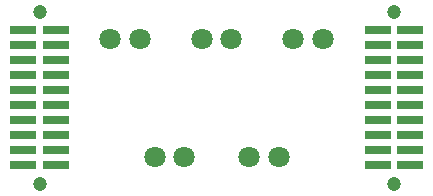
<source format=gbs>
G04 #@! TF.GenerationSoftware,KiCad,Pcbnew,no-vcs-found-d3b382c~59~ubuntu16.04.1*
G04 #@! TF.CreationDate,2017-07-25T02:28:45+01:00*
G04 #@! TF.ProjectId,breakout,627265616B6F75742E6B696361645F70,rev?*
G04 #@! TF.SameCoordinates,Original
G04 #@! TF.FileFunction,Soldermask,Bot*
G04 #@! TF.FilePolarity,Negative*
%FSLAX46Y46*%
G04 Gerber Fmt 4.6, Leading zero omitted, Abs format (unit mm)*
G04 Created by KiCad (PCBNEW no-vcs-found-d3b382c~59~ubuntu16.04.1) date Tue Jul 25 02:28:45 2017*
%MOMM*%
%LPD*%
G01*
G04 APERTURE LIST*
%ADD10C,1.800000*%
%ADD11C,1.200000*%
%ADD12R,2.220000X0.740000*%
G04 APERTURE END LIST*
D10*
X102750000Y-105000000D03*
X105250000Y-105000000D03*
X97250000Y-105000000D03*
X94750000Y-105000000D03*
X101250000Y-95000000D03*
X98750000Y-95000000D03*
X91000000Y-95000000D03*
X93500000Y-95000000D03*
X109000000Y-95000000D03*
X106500000Y-95000000D03*
D11*
X85000000Y-92695000D03*
X85000000Y-107305000D03*
D12*
X86365000Y-105715000D03*
X83635000Y-105715000D03*
X86365000Y-104445000D03*
X83635000Y-104445000D03*
X86365000Y-103175000D03*
X83635000Y-103175000D03*
X86365000Y-101905000D03*
X83635000Y-101905000D03*
X86365000Y-100635000D03*
X83635000Y-100635000D03*
X86365000Y-99365000D03*
X83635000Y-99365000D03*
X86365000Y-98095000D03*
X83635000Y-98095000D03*
X86365000Y-96825000D03*
X83635000Y-96825000D03*
X86365000Y-95555000D03*
X83635000Y-95555000D03*
X86365000Y-94285000D03*
X83635000Y-94285000D03*
D11*
X115000000Y-92695000D03*
X115000000Y-107305000D03*
D12*
X116365000Y-105715000D03*
X113635000Y-105715000D03*
X116365000Y-104445000D03*
X113635000Y-104445000D03*
X116365000Y-103175000D03*
X113635000Y-103175000D03*
X116365000Y-101905000D03*
X113635000Y-101905000D03*
X116365000Y-100635000D03*
X113635000Y-100635000D03*
X116365000Y-99365000D03*
X113635000Y-99365000D03*
X116365000Y-98095000D03*
X113635000Y-98095000D03*
X116365000Y-96825000D03*
X113635000Y-96825000D03*
X116365000Y-95555000D03*
X113635000Y-95555000D03*
X116365000Y-94285000D03*
X113635000Y-94285000D03*
M02*

</source>
